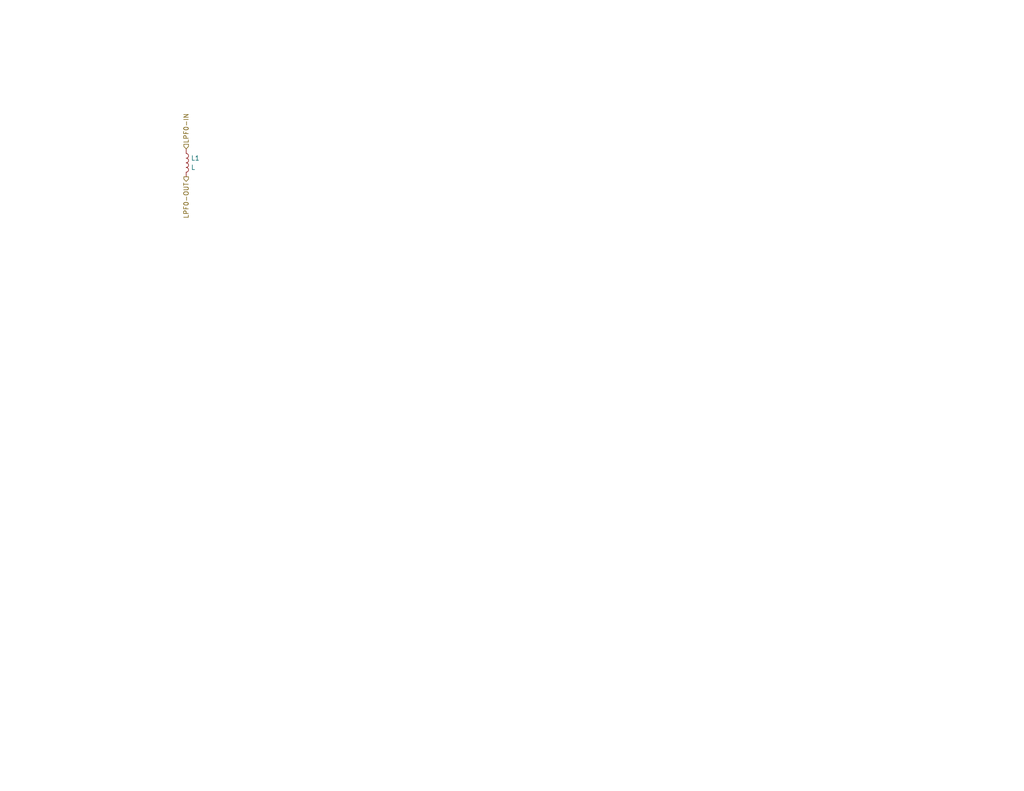
<source format=kicad_sch>
(kicad_sch (version 20231120) (generator "eeschema") (generator_version "8.0")
  (paper "USLetter")
  (title_block (title "QMX Amp") (date "2024-08-08") (rev "v0.1") (company "WA7GIL"))
  (lib_symbols
    (symbol "Device:L" (pin_numbers hide) (pin_names (offset 1.016) hide)
      (property "Reference" "L" (at -1.27 0 90))
      (property "Value" "L" (at 1.905 0 90))
      (symbol "L_0_1"
        (arc (start 0 -2.54) (mid 0.6323 -1.905) (end 0 -1.27))
        (arc (start 0 -1.27) (mid 0.6323 -0.635) (end 0 0))
        (arc (start 0 0) (mid 0.6323 0.635) (end 0 1.27))
        (arc (start 0 1.27) (mid 0.6323 1.905) (end 0 2.54))
      )
      (symbol "L_1_1"
        (pin passive line (at 0 3.81 270) (length 1.27) (name "1") (number "1"))
        (pin passive line (at 0 -3.81 90) (length 1.27) (name "2") (number "2"))
      )
    )
  )
  (hierarchical_label "LPF0-OUT" (shape output) (at 50.8 48.26 270))
  (hierarchical_label "LPF0-IN" (shape input) (at 50.8 40.64 90))
  (symbol (lib_id "Device:L") (at 50.8 44.45 0) (unit 1)
    (property "Reference" "L1" (at 52.07 43.1799 0) (effects (justify left)))
    (property "Value" "L" (at 52.07 45.7199 0) (effects (justify left)))
    (property "Description" "Inductor" (effects (hide yes)))
  )
)
</source>
